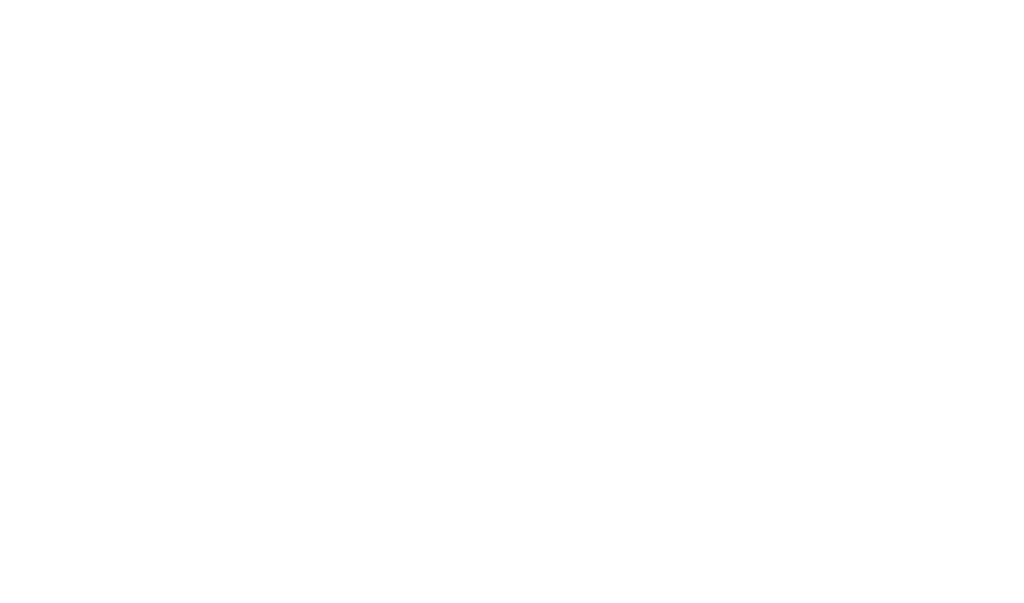
<source format=kicad_sch>
(kicad_sch (version 20221206) (generator eeschema)
  (paper "User" 389.865 229.616)
  (lib_symbols)
)
</source>
